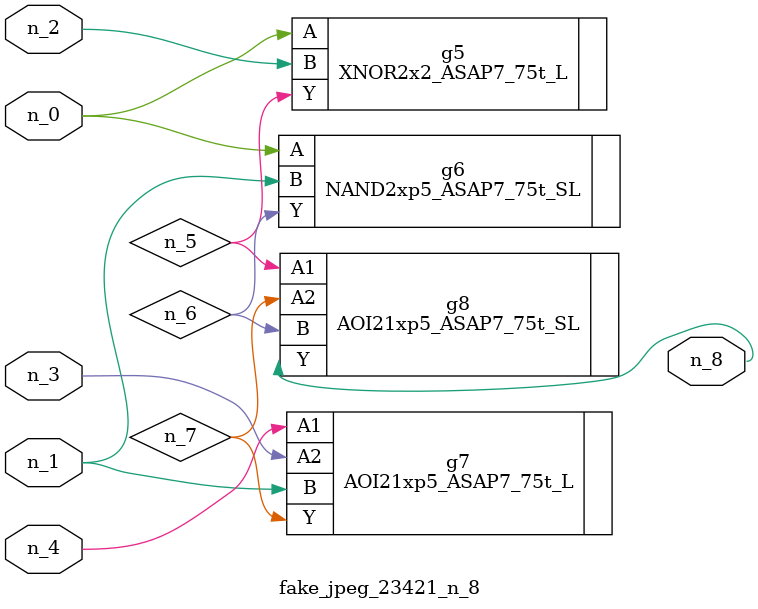
<source format=v>
module fake_jpeg_23421_n_8 (n_3, n_2, n_1, n_0, n_4, n_8);

input n_3;
input n_2;
input n_1;
input n_0;
input n_4;

output n_8;

wire n_6;
wire n_5;
wire n_7;

XNOR2x2_ASAP7_75t_L g5 ( 
.A(n_0),
.B(n_2),
.Y(n_5)
);

NAND2xp5_ASAP7_75t_SL g6 ( 
.A(n_0),
.B(n_1),
.Y(n_6)
);

AOI21xp5_ASAP7_75t_L g7 ( 
.A1(n_4),
.A2(n_3),
.B(n_1),
.Y(n_7)
);

AOI21xp5_ASAP7_75t_SL g8 ( 
.A1(n_5),
.A2(n_7),
.B(n_6),
.Y(n_8)
);


endmodule
</source>
